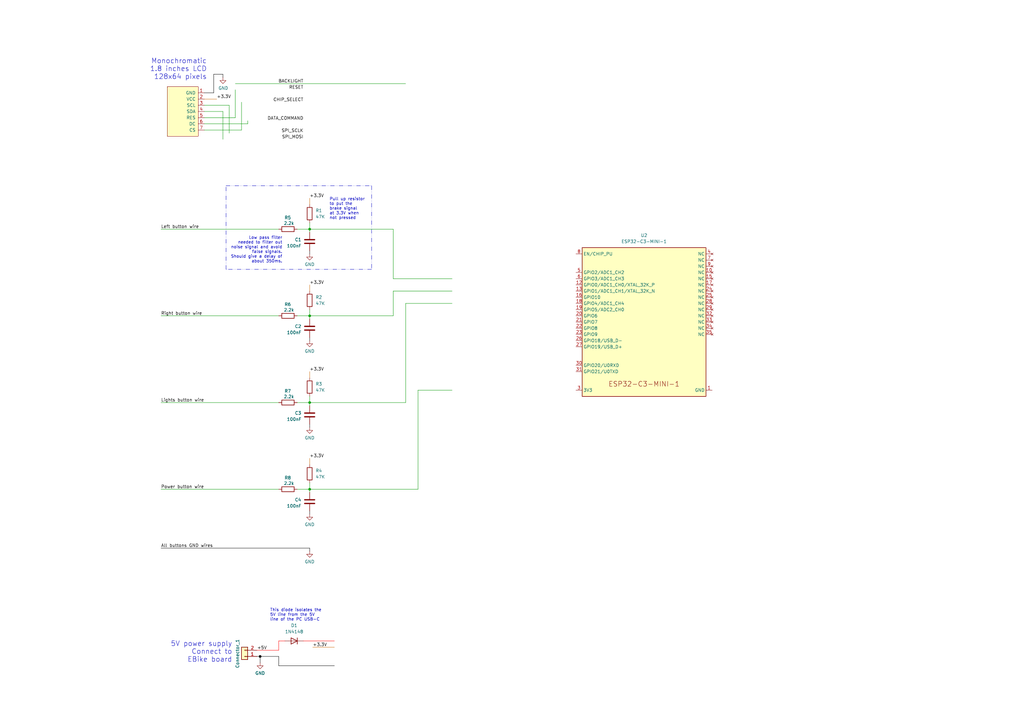
<source format=kicad_sch>
(kicad_sch (version 20231120) (generator "eeschema") (generator_version "8.0")
  (paper "A3")
  (lib_symbols
    (symbol "Connector_Generic:Conn_01x02" (pin_names (offset 1.016) hide)
      (property "Reference" "J" (at 0 2.54 0))
      (property "Value" "Conn_01x02" (at 0 -5.08 0))
      (symbol "Conn_01x02_1_1"
        (rectangle (start -1.27 -2.413) (end 0 -2.667) (stroke (width 0.1524)))
        (rectangle (start -1.27 0.127) (end 0 -0.127) (stroke (width 0.1524)))
        (rectangle (start -1.27 1.27) (end 1.27 -3.81) (stroke (width 0.254)) (fill (type background)))
        (pin passive line (at -5.08 0 0) (length 3.81) (name "Pin_1") (number "1"))
        (pin passive line (at -5.08 -2.54 0) (length 3.81) (name "Pin_2") (number "2"))
      )
    )
    (symbol "Device:C" (pin_numbers hide) (pin_names (offset 0.254))
      (property "Reference" "C" (at 0.635 2.54 0))
      (property "Value" "C" (at 0.635 -2.54 0))
      (symbol "C_0_1"
        (polyline (pts (xy -2.032 -0.762) (xy 2.032 -0.762)) (stroke (width 0.508)))
        (polyline (pts (xy -2.032 0.762) (xy 2.032 0.762)) (stroke (width 0.508)))
      )
      (symbol "C_1_1"
        (pin passive line (at 0 3.81 270) (length 2.794) (name "~") (number "1"))
        (pin passive line (at 0 -3.81 90) (length 2.794) (name "~") (number "2"))
      )
    )
    (symbol "Device:R" (pin_numbers hide) (pin_names (offset 0))
      (property "Reference" "R" (at 2.032 0 90))
      (property "Value" "R" (at 0 0 90))
      (symbol "R_0_1"
        (rectangle (start -1.016 -2.54) (end 1.016 2.54) (stroke (width 0.254)))
      )
      (symbol "R_1_1"
        (pin passive line (at 0 3.81 270) (length 1.27) (name "~") (number "1"))
        (pin passive line (at 0 -3.81 90) (length 1.27) (name "~") (number "2"))
      )
    )
    (symbol "Diode:1N4148" (pin_numbers hide) (pin_names hide)
      (property "Reference" "D" (at 0 2.54 0))
      (property "Value" "1N4148" (at 0 -2.54 0))
      (symbol "1N4148_0_1"
        (polyline (pts (xy -1.27 1.27) (xy -1.27 -1.27)) (stroke (width 0.254)))
        (polyline (pts (xy 1.27 0) (xy -1.27 0)))
        (polyline (pts (xy 1.27 1.27) (xy 1.27 -1.27) (xy -1.27 0) (xy 1.27 1.27)) (stroke (width 0.254)))
      )
      (symbol "1N4148_1_1"
        (pin passive line (at -3.81 0 0) (length 2.54) (name "K") (number "1"))
        (pin passive line (at 3.81 0 180) (length 2.54) (name "A") (number "2"))
      )
    )
    (symbol "Espressif:ESP32-C3-MINI-1"
      (property "Reference" "U" (at -25.4 35.56 0))
      (property "Value" "ESP32-C3-MINI-1" (at -25.4 33.02 0))
      (symbol "ESP32-C3-MINI-1_0_0"
        (text "ESP32-C3-MINI-1" (at 0 -25.4 0) (effects (font (size 2 2))))
      )
      (symbol "ESP32-C3-MINI-1_0_1"
        (rectangle (start -25.4 30.48) (end 25.4 -30.48) (stroke (width 0.254)) (fill (type background)))
      )
      (symbol "ESP32-C3-MINI-1_1_1"
        (pin power_in line (at 27.94 -27.94 180) (length 2.54) (name "GND") (number "1"))
        (pin no_connect line (at 27.94 20.32 180) (length 2.54) (name "NC") (number "10"))
        (pin bidirectional line (at -27.94 15.24 0) (length 2.54) (name "GPIO0/ADC1_CH0/XTAL_32K_P") (number "12"))
        (pin bidirectional line (at -27.94 12.7 0) (length 2.54) (name "GPIO1/ADC1_CH1/XTAL_32K_N") (number "13"))
        (pin no_connect line (at 27.94 17.78 180) (length 2.54) (name "NC") (number "15"))
        (pin bidirectional line (at -27.94 10.16 0) (length 2.54) (name "GPIO10") (number "16"))
        (pin no_connect line (at 27.94 15.24 180) (length 2.54) (name "NC") (number "17"))
        (pin bidirectional line (at -27.94 7.62 0) (length 2.54) (name "GPIO4/ADC1_CH4") (number "18"))
        (pin bidirectional line (at -27.94 5.08 0) (length 2.54) (name "GPIO5/ADC2_CH0") (number "19"))
        (pin passive line (at 27.94 -27.94 180) (length 2.54) hide (name "GND") (number "2"))
        (pin bidirectional line (at -27.94 2.54 0) (length 2.54) (name "GPIO6") (number "20"))
        (pin bidirectional line (at -27.94 0 0) (length 2.54) (name "GPIO7") (number "21"))
        (pin bidirectional line (at -27.94 -2.54 0) (length 2.54) (name "GPIO8") (number "22"))
        (pin bidirectional line (at -27.94 -5.08 0) (length 2.54) (name "GPIO9") (number "23"))
        (pin no_connect line (at 27.94 12.7 180) (length 2.54) (name "NC") (number "24"))
        (pin no_connect line (at 27.94 10.16 180) (length 2.54) (name "NC") (number "25"))
        (pin bidirectional line (at -27.94 -7.62 0) (length 2.54) (name "GPIO18/USB_D-") (number "26"))
        (pin bidirectional line (at -27.94 -10.16 0) (length 2.54) (name "GPIO19/USB_D+") (number "27"))
        (pin no_connect line (at 27.94 7.62 180) (length 2.54) (name "NC") (number "28"))
        (pin no_connect line (at 27.94 5.08 180) (length 2.54) (name "NC") (number "29"))
        (pin power_in line (at -27.94 -27.94 0) (length 2.54) (name "3V3") (number "3"))
        (pin bidirectional line (at -27.94 -17.78 0) (length 2.54) (name "GPIO20/U0RXD") (number "30"))
        (pin bidirectional line (at -27.94 -20.32 0) (length 2.54) (name "GPIO21/U0TXD") (number "31"))
        (pin no_connect line (at 27.94 2.54 180) (length 2.54) (name "NC") (number "32"))
        (pin no_connect line (at 27.94 0 180) (length 2.54) (name "NC") (number "33"))
        (pin no_connect line (at 27.94 -2.54 180) (length 2.54) (name "NC") (number "34"))
        (pin no_connect line (at 27.94 -5.08 180) (length 2.54) (name "NC") (number "35"))
        (pin passive line (at 27.94 -27.94 180) (length 2.54) hide (name "GND") (number "36"))
        (pin passive line (at 27.94 -27.94 180) (length 2.54) hide (name "GND") (number "37"))
        (pin passive line (at 27.94 -27.94 180) (length 2.54) hide (name "GND") (number "38"))
        (pin passive line (at 27.94 -27.94 180) (length 2.54) hide (name "GND") (number "39"))
        (pin no_connect line (at 27.94 27.94 180) (length 2.54) (name "NC") (number "4"))
        (pin passive line (at 27.94 -27.94 180) (length 2.54) hide (name "GND") (number "40"))
        (pin passive line (at 27.94 -27.94 180) (length 2.54) hide (name "GND") (number "41"))
        (pin passive line (at 27.94 -27.94 180) (length 2.54) hide (name "GND") (number "42"))
        (pin passive line (at 27.94 -27.94 180) (length 2.54) hide (name "GND") (number "43"))
        (pin passive line (at 27.94 -27.94 180) (length 2.54) hide (name "GND") (number "44"))
        (pin passive line (at 27.94 -27.94 180) (length 2.54) hide (name "GND") (number "45"))
        (pin passive line (at 27.94 -27.94 180) (length 2.54) hide (name "GND") (number "46"))
        (pin passive line (at 27.94 -27.94 180) (length 2.54) hide (name "GND") (number "47"))
        (pin passive line (at 27.94 -27.94 180) (length 2.54) hide (name "GND") (number "48"))
        (pin passive line (at 27.94 -27.94 180) (length 2.54) hide (name "GND") (number "49"))
        (pin bidirectional line (at -27.94 20.32 0) (length 2.54) (name "GPIO2/ADC1_CH2") (number "5"))
        (pin passive line (at 27.94 -27.94 180) (length 2.54) hide (name "GND") (number "50"))
        (pin passive line (at 27.94 -27.94 180) (length 2.54) hide (name "GND") (number "51"))
        (pin passive line (at 27.94 -27.94 180) (length 2.54) hide (name "GND") (number "52"))
        (pin passive line (at 27.94 -27.94 180) (length 2.54) hide (name "GND") (number "53"))
        (pin bidirectional line (at -27.94 17.78 0) (length 2.54) (name "GPIO3/ADC1_CH3") (number "6"))
        (pin no_connect line (at 27.94 25.4 180) (length 2.54) (name "NC") (number "7"))
        (pin input line (at -27.94 27.94 0) (length 2.54) (name "EN/CHIP_PU") (number "8"))
        (pin no_connect line (at 27.94 22.86 180) (length 2.54) (name "NC") (number "9"))
      )
    )
    (symbol "power:GND" (power) (pin_names (offset 0))
      (property "Value" "GND" (at 0 -3.81 0))
      (symbol "GND_0_1"
        (polyline (pts (xy 0 0) (xy 0 -1.27) (xy 1.27 -1.27) (xy 0 -2.54) (xy -1.27 -1.27) (xy 0 -1.27)))
      )
      (symbol "GND_1_1"
        (pin power_in line (at 0 0 270) (length 0) hide (name "GND") (number "1"))
      )
    )
    (symbol "schematic-OLED_SPI-Bafang_M500_M600-rescue:SSD1306-SPI-OLED-schematic-rescue" (pin_names (offset 1.016))
      (property "Reference" "Brd" (at -3.81 -3.81 0))
      (property "Value" "SSD1306-SPI-OLED-schematic-rescue" (at 0 -1.27 0))
      (symbol "SSD1306-SPI-OLED-schematic-rescue_0_1"
        (rectangle (start -10.16 6.35) (end 10.16 -6.35) (fill (type background)))
      )
      (symbol "SSD1306-SPI-OLED-schematic-rescue_1_1"
        (pin input line (at -7.62 8.89 270) (length 2.54) (name "GND") (number "1"))
        (pin input line (at -5.08 8.89 270) (length 2.54) (name "VCC") (number "2"))
        (pin input line (at -2.54 8.89 270) (length 2.54) (name "SCL") (number "3"))
        (pin input line (at 0 8.89 270) (length 2.54) (name "SDA") (number "4"))
        (pin input line (at 2.54 8.89 270) (length 2.54) (name "RES") (number "5"))
        (pin input line (at 5.08 8.89 270) (length 2.54) (name "DC") (number "6"))
        (pin input line (at 7.62 8.89 270) (length 2.54) (name "CS") (number "7"))
      )
    )
  )
  (junction (at 127 129.54))
  (junction (at 127 165.1))
  (junction (at 127 93.98))
  (junction (at 127 200.66))
  (junction (at 106.68 269.24) (color 0 0 0 1))
  (wire (pts (xy 161.29 93.98) (xy 127 93.98)))
  (wire (pts (xy 127 190.5) (xy 127 187.96)) (stroke (width 0) (color 204 102 0 1)))
  (wire (pts (xy 127 224.79) (xy 66.04 224.79)) (stroke (width 0) (color 0 0 0 1)))
  (wire (pts (xy 161.29 129.54) (xy 127 129.54)))
  (wire (pts (xy 127 83.82) (xy 127 81.28)) (stroke (width 0) (color 204 102 0 1)))
  (polyline (pts (xy 152.4 76.2) (xy 152.4 110.49)) (stroke (width 0) (type dash_dot_dot)))
  (wire (pts (xy 185.42 119.38) (xy 161.29 119.38)))
  (wire (pts (xy 93.98 43.18) (xy 83.82 43.18)))
  (wire (pts (xy 137.16 265.43) (xy 128.27 265.43)) (stroke (width 0) (color 204 102 0 1)))
  (wire (pts (xy 83.82 45.72) (xy 91.44 45.72)))
  (wire (pts (xy 121.92 129.54) (xy 127 129.54)))
  (wire (pts (xy 91.44 45.72) (xy 91.44 57.15)))
  (wire (pts (xy 87.63 38.1) (xy 87.63 30.48)) (stroke (width 0) (color 0 0 0 1)))
  (wire (pts (xy 105.41 269.24) (xy 106.68 269.24)) (stroke (width 0) (color 0 0 0 1)))
  (polyline (pts (xy 152.4 110.49) (xy 92.71 110.49)) (stroke (width 0) (type dash_dot_dot)))
  (wire (pts (xy 127 93.98) (xy 127 95.25)))
  (wire (pts (xy 121.92 93.98) (xy 127 93.98)))
  (wire (pts (xy 87.63 30.48) (xy 91.44 30.48)) (stroke (width 0) (color 0 0 0 1)))
  (wire (pts (xy 114.3 165.1) (xy 66.04 165.1)))
  (wire (pts (xy 121.92 200.66) (xy 127 200.66)))
  (wire (pts (xy 121.92 165.1) (xy 127 165.1)))
  (wire (pts (xy 114.3 269.24) (xy 114.3 273.05)) (stroke (width 0) (color 0 0 0 1)))
  (wire (pts (xy 166.37 165.1) (xy 127 165.1)))
  (wire (pts (xy 161.29 114.3) (xy 161.29 93.98)))
  (wire (pts (xy 185.42 114.3) (xy 161.29 114.3)))
  (wire (pts (xy 127 138.43) (xy 127 139.7)) (stroke (width 0) (color 0 0 0 1)))
  (wire (pts (xy 185.42 124.46) (xy 166.37 124.46)))
  (wire (pts (xy 96.52 36.83) (xy 96.52 48.26)))
  (wire (pts (xy 101.6 50.8) (xy 101.6 49.53)))
  (wire (pts (xy 127 127) (xy 127 129.54)))
  (wire (pts (xy 127 102.87) (xy 127 104.14)) (stroke (width 0) (color 0 0 0 1)))
  (wire (pts (xy 114.3 266.7) (xy 114.3 262.89)) (stroke (width 0) (color 255 0 0 1)))
  (wire (pts (xy 127 162.56) (xy 127 165.1)))
  (wire (pts (xy 83.82 38.1) (xy 87.63 38.1)) (stroke (width 0) (color 0 0 0 1)))
  (wire (pts (xy 127 129.54) (xy 127 130.81)))
  (wire (pts (xy 114.3 129.54) (xy 66.04 129.54)))
  (wire (pts (xy 127 209.55) (xy 127 210.82)) (stroke (width 0) (color 0 0 0 1)))
  (wire (pts (xy 127 119.38) (xy 127 116.84)) (stroke (width 0) (color 204 102 0 1)))
  (wire (pts (xy 83.82 50.8) (xy 101.6 50.8)))
  (wire (pts (xy 127 224.79) (xy 127 226.06)) (stroke (width 0) (color 0 0 0 1)))
  (wire (pts (xy 166.37 124.46) (xy 166.37 165.1)))
  (wire (pts (xy 105.41 266.7) (xy 114.3 266.7)) (stroke (width 0) (color 255 0 0 1)))
  (wire (pts (xy 99.06 53.34) (xy 99.06 41.91)))
  (wire (pts (xy 114.3 273.05) (xy 137.16 273.05)) (stroke (width 0) (color 0 0 0 1)))
  (wire (pts (xy 93.98 43.18) (xy 93.98 54.61)))
  (polyline (pts (xy 92.71 76.2) (xy 152.4 76.2)) (stroke (width 0) (type dash_dot_dot)))
  (wire (pts (xy 161.29 119.38) (xy 161.29 129.54)))
  (wire (pts (xy 91.44 30.48) (xy 91.44 31.75)) (stroke (width 0) (color 0 0 0 1)))
  (wire (pts (xy 171.45 200.66) (xy 127 200.66)))
  (wire (pts (xy 106.68 269.24) (xy 106.68 271.78)) (stroke (width 0) (color 0 0 0 1)))
  (wire (pts (xy 96.52 34.29) (xy 166.37 34.29)))
  (polyline (pts (xy 92.71 110.49) (xy 92.71 76.2)) (stroke (width 0) (type dash_dot_dot)))
  (wire (pts (xy 124.46 262.89) (xy 137.16 262.89)) (stroke (width 0) (color 255 0 0 1)))
  (wire (pts (xy 114.3 93.98) (xy 66.04 93.98)))
  (wire (pts (xy 171.45 160.02) (xy 171.45 200.66)))
  (wire (pts (xy 106.68 269.24) (xy 114.3 269.24)) (stroke (width 0) (color 0 0 0 1)))
  (wire (pts (xy 96.52 48.26) (xy 83.82 48.26)))
  (wire (pts (xy 127 154.94) (xy 127 152.4)) (stroke (width 0) (color 204 102 0 1)))
  (wire (pts (xy 83.82 53.34) (xy 99.06 53.34)))
  (wire (pts (xy 127 173.99) (xy 127 175.26)) (stroke (width 0) (color 0 0 0 1)))
  (wire (pts (xy 127 91.44) (xy 127 93.98)))
  (wire (pts (xy 185.42 160.02) (xy 171.45 160.02)))
  (wire (pts (xy 127 198.12) (xy 127 200.66)))
  (wire (pts (xy 127 200.66) (xy 127 201.93)))
  (wire (pts (xy 114.3 200.66) (xy 66.04 200.66)))
  (wire (pts (xy 114.3 262.89) (xy 116.84 262.89)) (stroke (width 0) (color 255 0 0 1)))
  (wire (pts (xy 127 165.1) (xy 127 166.37)))
  (wire (pts (xy 83.82 40.64) (xy 88.9 40.64)) (stroke (width 0) (color 204 102 0 1)))
  (text "Low pass filter\nneeded to filter out\nnoise signal and avoid\nfalse signals.\nShould give a delay of\nabout 350ms.\n" (at 115.824 107.95 0) (effects (font (size 1.2 1.2)) (justify right bottom)))
  (text "Pull up resistor\nto put the\nbrake signal\nat 3.3V when\nnot pressed\n" (at 135.128 90.17 0) (effects (font (size 1.2 1.2)) (justify left bottom)))
  (text "5V power supply\nConnect to\nEBike board" (at 95.25 271.78 0) (effects (font (size 2.0066 2.0066)) (justify right bottom)))
  (text "Monochromatic\n1.8 inches LCD\n128x64 pixels" (at 84.836 32.766 0) (effects (font (size 2.0066 2.0066)) (justify right bottom)))
  (text "This diode isolates the\n5V line from the 5V\nline of the PC USB-C\n " (at 110.744 256.794 0) (effects (font (size 1.2 1.2)) (justify left bottom)))
  (label "Lights button wire" (at 66.04 165.1 0))
  (label "DATA_COMMAND" (at 124.46 49.53 180))
  (label "SPI_MOSI" (at 124.46 57.15 180))
  (label "+3.3V" (at 127 187.96 0))
  (label "+3.3V" (at 88.9 40.64 0))
  (label "BACKLIGHT" (at 124.46 34.29 180))
  (label "+5V" (at 105.41 266.7 0))
  (label "SPI_SCLK" (at 124.46 54.61 180))
  (label "Right button wire" (at 66.04 129.54 0))
  (label "CHIP_SELECT" (at 124.46 41.91 180))
  (label "+3.3V" (at 127 116.84 0))
  (label "+3.3V" (at 128.27 265.43 0))
  (label "+3.3V" (at 127 152.4 0))
  (label "All buttons GND wires" (at 66.04 224.79 0))
  (label "Left button wire" (at 66.04 93.98 0))
  (label "+3.3V" (at 127 81.28 0))
  (label "Power button wire" (at 66.04 200.66 0))
  (label "RESET" (at 124.46 36.83 180))
  (symbol (lib_id "Diode:1N4148") (at 120.65 262.89 180) (unit 1)
    (property "Reference" "D1" (at 120.65 256.54 0))
    (property "Value" "1N4148" (at 120.65 259.08 0))
    (property "Footprint" "Diode_THT:D_DO-35_SOD27_P7.62mm_Horizontal" (effects (hide yes)))
    (property "Datasheet" "https://assets.nexperia.com/documents/data-sheet/1N4148_1N4448.pdf" (effects (hide yes)))
    (property "Description" "100V 0.15A standard switching diode, DO-35" (effects (hide yes)))
    (property "Sim.Device" "D" (effects (hide yes)))
    (property "Sim.Pins" "1=K 2=A" (effects (hide yes)))
  )
  (symbol (lib_id "power:GND") (at 127 175.26 0) (unit 1)
    (property "Reference" "#PWR05" (effects (hide yes)))
    (property "Value" "GND" (at 127 179.578 0))
  )
  (symbol (lib_id "Connector_Generic:Conn_01x02") (at 100.33 269.24 180) (unit 1)
    (property "Reference" "J1" (effects (hide yes)))
    (property "Value" "Connector_1" (at 97.409 262.128 90) (effects (justify left)))
  )
  (symbol (lib_id "Device:R") (at 127 123.19 0) (unit 1)
    (property "Reference" "R2" (at 129.413 121.92 0) (effects (justify left)))
    (property "Value" "47K" (at 129.413 124.46 0) (effects (justify left)))
  )
  (symbol (lib_id "Device:C") (at 127 99.06 0) (unit 1)
    (property "Reference" "C1" (at 120.904 98.298 0) (effects (justify left)))
    (property "Value" "100nF" (at 117.602 100.838 0) (effects (justify left)))
  )
  (symbol (lib_id "Device:C") (at 127 205.74 0) (unit 1)
    (property "Reference" "C4" (at 120.904 204.978 0) (effects (justify left)))
    (property "Value" "100nF" (at 117.602 207.518 0) (effects (justify left)))
  )
  (symbol (lib_id "power:GND") (at 106.68 271.78 0) (unit 1)
    (property "Reference" "#PWR02" (effects (hide yes)))
    (property "Value" "GND" (at 106.68 276.098 0))
  )
  (symbol (lib_id "Device:R") (at 118.11 93.98 90) (unit 1)
    (property "Reference" "R5" (at 119.38 89.281 90) (effects (justify left)))
    (property "Value" "2.2k" (at 120.65 91.567 90) (effects (justify left)))
  )
  (symbol (lib_id "Device:R") (at 127 158.75 0) (unit 1)
    (property "Reference" "R3" (at 129.413 157.48 0) (effects (justify left)))
    (property "Value" "47K" (at 129.413 160.02 0) (effects (justify left)))
  )
  (symbol (lib_id "schematic-OLED_SPI-Bafang_M500_M600-rescue:SSD1306-SPI-OLED-schematic-rescue") (at 74.93 45.72 270) (unit 1)
    (property "Reference" "NA1" (effects (hide yes)))
    (property "Value" "OLED_1.3_inches_128x64" (effects (hide yes)))
  )
  (symbol (lib_id "Espressif:ESP32-C3-MINI-1") (at 264.16 132.08 0) (unit 1)
    (property "Reference" "U2" (at 264.16 96.52 0))
    (property "Value" "ESP32-C3-MINI-1" (at 264.16 99.06 0))
    (property "Footprint" "Espressif:ESP32-C3-MINI-1" (effects (hide yes)))
    (property "Datasheet" "https://www.espressif.com/sites/default/files/documentation/esp32-c3-mini-1_datasheet_en.pdf" (effects (hide yes)))
    (property "Description" "ESP32-C3-MINI-1 is a general-purpose Wi-Fi and Bluetooth LE module. This module features a rich set of peripherals and a small size, which makes it an ideal choice for smart home, industrial automation, health care, consumer electronics, etc" (effects (hide yes)))
  )
  (symbol (lib_id "Device:R") (at 127 194.31 0) (unit 1)
    (property "Reference" "R4" (at 129.413 193.04 0) (effects (justify left)))
    (property "Value" "47K" (at 129.413 195.58 0) (effects (justify left)))
  )
  (symbol (lib_id "Device:R") (at 118.11 129.54 90) (unit 1)
    (property "Reference" "R6" (at 119.38 124.841 90) (effects (justify left)))
    (property "Value" "2.2k" (at 120.65 127.127 90) (effects (justify left)))
  )
  (symbol (lib_id "power:GND") (at 127 104.14 0) (unit 1)
    (property "Reference" "#PWR03" (effects (hide yes)))
    (property "Value" "GND" (at 127 108.458 0))
  )
  (symbol (lib_id "power:GND") (at 127 210.82 0) (unit 1)
    (property "Reference" "#PWR06" (effects (hide yes)))
    (property "Value" "GND" (at 127 215.138 0))
  )
  (symbol (lib_id "Device:C") (at 127 170.18 0) (unit 1)
    (property "Reference" "C3" (at 120.904 169.418 0) (effects (justify left)))
    (property "Value" "100nF" (at 117.602 171.958 0) (effects (justify left)))
  )
  (symbol (lib_id "power:GND") (at 91.44 31.75 0) (unit 1)
    (property "Reference" "#PWR01" (effects (hide yes)))
    (property "Value" "GND" (at 91.567 36.1442 0))
  )
  (symbol (lib_id "Device:R") (at 127 87.63 0) (unit 1)
    (property "Reference" "R1" (at 129.413 86.36 0) (effects (justify left)))
    (property "Value" "47K" (at 129.413 88.9 0) (effects (justify left)))
  )
  (symbol (lib_id "Device:C") (at 127 134.62 0) (unit 1)
    (property "Reference" "C2" (at 120.904 133.858 0) (effects (justify left)))
    (property "Value" "100nF" (at 117.602 136.398 0) (effects (justify left)))
  )
  (symbol (lib_id "power:GND") (at 127 139.7 0) (unit 1)
    (property "Reference" "#PWR04" (effects (hide yes)))
    (property "Value" "GND" (at 127 144.018 0))
  )
  (symbol (lib_id "power:GND") (at 127 226.06 0) (unit 1)
    (property "Reference" "#PWR07" (effects (hide yes)))
    (property "Value" "GND" (at 127 230.378 0))
  )
  (symbol (lib_id "Device:R") (at 118.11 165.1 90) (unit 1)
    (property "Reference" "R7" (at 119.38 160.401 90) (effects (justify left)))
    (property "Value" "2.2k" (at 120.65 162.687 90) (effects (justify left)))
  )
  (symbol (lib_id "Device:R") (at 118.11 200.66 90) (unit 1)
    (property "Reference" "R8" (at 119.38 195.961 90) (effects (justify left)))
    (property "Value" "2.2k" (at 120.65 198.247 90) (effects (justify left)))
  )
)
</source>
